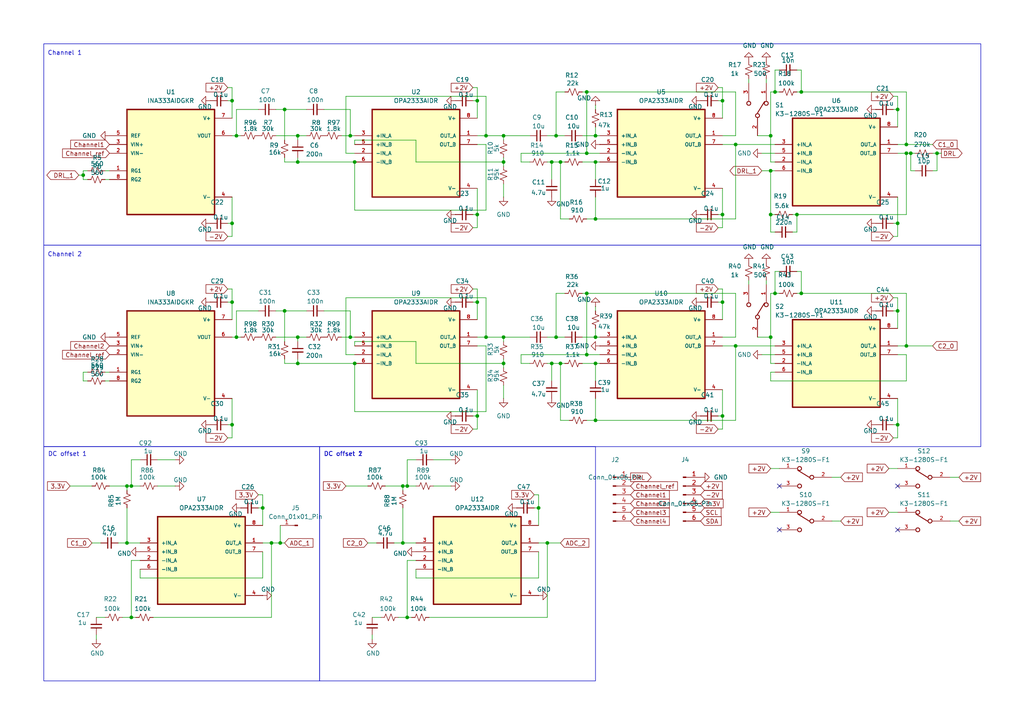
<source format=kicad_sch>
(kicad_sch (version 20231120) (generator "eeschema") (generator_version "8.0")
  (paper "A4")
  (junction (at 67.31 87.63))
  (junction (at 170.18 102.87))
  (junction (at 36.83 140.97))
  (junction (at 162.56 105.41))
  (junction (at 260.35 64.77))
  (junction (at 161.29 97.79))
  (junction (at 170.18 44.45))
  (junction (at 271.78 44.45))
  (junction (at 146.05 97.79))
  (junction (at 146.05 39.37))
  (junction (at 158.75 157.48))
  (junction (at 140.97 39.37))
  (junction (at 172.72 121.92))
  (junction (at 138.43 87.63))
  (junction (at 262.89 41.91))
  (junction (at 140.97 97.79))
  (junction (at 213.36 100.33))
  (junction (at 146.05 105.41))
  (junction (at 101.6 39.37))
  (junction (at 223.52 97.79))
  (junction (at 223.52 39.37))
  (junction (at 86.36 39.37))
  (junction (at 116.84 140.97))
  (junction (at 172.72 63.5))
  (junction (at 209.55 29.21))
  (junction (at 172.72 97.79))
  (junction (at 38.1 179.07))
  (junction (at 102.87 105.41))
  (junction (at 116.84 157.48))
  (junction (at 209.55 120.65))
  (junction (at 138.43 62.23))
  (junction (at 118.11 140.97))
  (junction (at 146.05 46.99))
  (junction (at 231.14 62.23))
  (junction (at 223.52 62.23))
  (junction (at 232.41 85.09))
  (junction (at 156.21 147.32))
  (junction (at 170.18 85.09))
  (junction (at 67.31 123.19))
  (junction (at 160.02 46.99))
  (junction (at 260.35 31.75))
  (junction (at 172.72 46.99))
  (junction (at 82.55 90.17))
  (junction (at 67.31 64.77))
  (junction (at 262.89 100.33))
  (junction (at 260.35 123.19))
  (junction (at 86.36 46.99))
  (junction (at 118.11 179.07))
  (junction (at 224.79 85.09))
  (junction (at 213.36 41.91))
  (junction (at 162.56 46.99))
  (junction (at 78.74 157.48))
  (junction (at 224.79 26.67))
  (junction (at 138.43 29.21))
  (junction (at 86.36 97.79))
  (junction (at 262.89 44.45))
  (junction (at 68.58 39.37))
  (junction (at 160.02 105.41))
  (junction (at 36.83 157.48))
  (junction (at 260.35 90.17))
  (junction (at 170.18 26.67))
  (junction (at 68.58 97.79))
  (junction (at 209.55 62.23))
  (junction (at 161.29 39.37))
  (junction (at 223.52 49.53))
  (junction (at 232.41 26.67))
  (junction (at 86.36 105.41))
  (junction (at 82.55 31.75))
  (junction (at 138.43 120.65))
  (junction (at 264.16 44.45))
  (junction (at 67.31 29.21))
  (junction (at 76.2 147.32))
  (junction (at 81.28 157.48))
  (junction (at 101.6 97.79))
  (junction (at 38.1 140.97))
  (junction (at 209.55 87.63))
  (junction (at 172.72 105.41))
  (junction (at 102.87 46.99))
  (junction (at 24.13 50.8))
  (junction (at 172.72 39.37))
  (no_connect (at 260.35 153.67))
  (no_connect (at 260.35 140.97))
  (no_connect (at 226.06 153.67))
  (no_connect (at 226.06 140.97))
  (wire (pts (xy 82.55 104.14) (xy 82.55 105.41)))
  (wire (pts (xy 208.28 66.04) (xy 209.55 66.04)))
  (wire (pts (xy 76.2 143.51) (xy 76.2 147.32)))
  (wire (pts (xy 170.18 121.92) (xy 172.72 121.92)))
  (wire (pts (xy 101.6 97.79) (xy 102.87 97.79)))
  (wire (pts (xy 260.35 64.77) (xy 260.35 57.15)))
  (wire (pts (xy 81.28 152.4) (xy 81.28 157.48)))
  (wire (pts (xy 158.75 179.07) (xy 158.75 157.48)))
  (wire (pts (xy 68.58 90.17) (xy 68.58 97.79)))
  (wire (pts (xy 160.02 46.99) (xy 160.02 52.07)))
  (wire (pts (xy 260.35 86.36) (xy 260.35 90.17)))
  (wire (pts (xy 220.98 102.87) (xy 224.79 102.87)))
  (wire (pts (xy 100.33 102.87) (xy 100.33 86.36)))
  (wire (pts (xy 107.95 179.07) (xy 110.49 179.07)))
  (wire (pts (xy 66.04 68.58) (xy 67.31 68.58)))
  (wire (pts (xy 209.55 62.23) (xy 209.55 54.61)))
  (wire (pts (xy 170.18 26.67) (xy 213.36 26.67)))
  (wire (pts (xy 36.83 140.97) (xy 36.83 142.24)))
  (wire (pts (xy 93.98 31.75) (xy 101.6 31.75)))
  (wire (pts (xy 140.97 86.36) (xy 140.97 97.79)))
  (wire (pts (xy 260.35 31.75) (xy 260.35 36.83)))
  (wire (pts (xy 151.13 102.87) (xy 151.13 105.41)))
  (wire (pts (xy 224.79 85.09) (xy 226.06 85.09)))
  (wire (pts (xy 209.55 124.46) (xy 209.55 120.65)))
  (wire (pts (xy 257.81 148.59) (xy 260.35 148.59)))
  (wire (pts (xy 262.89 41.91) (xy 270.51 41.91)))
  (wire (pts (xy 67.31 83.82) (xy 67.31 87.63)))
  (wire (pts (xy 120.65 99.06) (xy 102.87 99.06)))
  (wire (pts (xy 162.56 46.99) (xy 163.83 46.99)))
  (wire (pts (xy 120.65 46.99) (xy 120.65 40.64)))
  (wire (pts (xy 223.52 110.49) (xy 262.89 110.49)))
  (wire (pts (xy 35.56 179.07) (xy 38.1 179.07)))
  (wire (pts (xy 125.73 140.97) (xy 130.81 140.97)))
  (wire (pts (xy 82.55 46.99) (xy 86.36 46.99)))
  (wire (pts (xy 146.05 46.99) (xy 120.65 46.99)))
  (wire (pts (xy 86.36 39.37) (xy 88.9 39.37)))
  (wire (pts (xy 102.87 46.99) (xy 102.87 60.96)))
  (wire (pts (xy 231.14 26.67) (xy 232.41 26.67)))
  (wire (pts (xy 25.4 107.95) (xy 24.13 107.95)))
  (wire (pts (xy 162.56 46.99) (xy 162.56 63.5)))
  (wire (pts (xy 262.89 85.09) (xy 262.89 100.33)))
  (wire (pts (xy 260.35 127) (xy 260.35 123.19)))
  (wire (pts (xy 67.31 25.4) (xy 67.31 29.21)))
  (wire (pts (xy 45.72 140.97) (xy 50.8 140.97)))
  (wire (pts (xy 170.18 102.87) (xy 151.13 102.87)))
  (wire (pts (xy 138.43 83.82) (xy 138.43 87.63)))
  (wire (pts (xy 262.89 41.91) (xy 260.35 41.91)))
  (wire (pts (xy 224.79 20.32) (xy 224.79 26.67)))
  (wire (pts (xy 67.31 68.58) (xy 67.31 64.77)))
  (wire (pts (xy 170.18 44.45) (xy 151.13 44.45)))
  (wire (pts (xy 80.01 31.75) (xy 82.55 31.75)))
  (wire (pts (xy 27.94 179.07) (xy 30.48 179.07)))
  (wire (pts (xy 66.04 123.19) (xy 67.31 123.19)))
  (wire (pts (xy 30.48 52.07) (xy 31.75 52.07)))
  (wire (pts (xy 78.74 179.07) (xy 78.74 157.48)))
  (wire (pts (xy 259.08 123.19) (xy 260.35 123.19)))
  (wire (pts (xy 224.79 105.41) (xy 223.52 105.41)))
  (wire (pts (xy 146.05 105.41) (xy 146.05 106.68)))
  (wire (pts (xy 137.16 87.63) (xy 138.43 87.63)))
  (wire (pts (xy 156.21 147.32) (xy 156.21 152.4)))
  (wire (pts (xy 262.89 44.45) (xy 262.89 62.23)))
  (wire (pts (xy 66.04 83.82) (xy 67.31 83.82)))
  (wire (pts (xy 208.28 87.63) (xy 209.55 87.63)))
  (wire (pts (xy 66.04 87.63) (xy 67.31 87.63)))
  (wire (pts (xy 78.74 157.48) (xy 81.28 157.48)))
  (wire (pts (xy 138.43 25.4) (xy 138.43 29.21)))
  (wire (pts (xy 101.6 90.17) (xy 101.6 97.79)))
  (wire (pts (xy 161.29 97.79) (xy 161.29 85.09)))
  (wire (pts (xy 86.36 104.14) (xy 86.36 105.41)))
  (wire (pts (xy 30.48 110.49) (xy 31.75 110.49)))
  (wire (pts (xy 38.1 179.07) (xy 39.37 179.07)))
  (wire (pts (xy 220.98 44.45) (xy 224.79 44.45)))
  (wire (pts (xy 151.13 105.41) (xy 153.67 105.41)))
  (wire (pts (xy 232.41 85.09) (xy 262.89 85.09)))
  (wire (pts (xy 31.75 49.53) (xy 30.48 49.53)))
  (wire (pts (xy 25.4 49.53) (xy 24.13 49.53)))
  (wire (pts (xy 232.41 20.32) (xy 232.41 26.67)))
  (wire (pts (xy 140.97 41.91) (xy 138.43 41.91)))
  (wire (pts (xy 231.14 62.23) (xy 229.87 62.23)))
  (wire (pts (xy 107.95 185.42) (xy 107.95 184.15)))
  (wire (pts (xy 170.18 44.45) (xy 170.18 26.67)))
  (wire (pts (xy 101.6 39.37) (xy 102.87 39.37)))
  (wire (pts (xy 66.04 25.4) (xy 67.31 25.4)))
  (wire (pts (xy 120.65 162.56) (xy 118.11 162.56)))
  (wire (pts (xy 259.08 86.36) (xy 260.35 86.36)))
  (wire (pts (xy 223.52 39.37) (xy 223.52 46.99)))
  (wire (pts (xy 36.83 147.32) (xy 36.83 157.48)))
  (wire (pts (xy 116.84 147.32) (xy 116.84 157.48)))
  (wire (pts (xy 86.36 97.79) (xy 88.9 97.79)))
  (wire (pts (xy 151.13 44.45) (xy 151.13 46.99)))
  (wire (pts (xy 138.43 124.46) (xy 138.43 120.65)))
  (wire (pts (xy 99.06 39.37) (xy 101.6 39.37)))
  (wire (pts (xy 66.04 64.77) (xy 67.31 64.77)))
  (wire (pts (xy 168.91 105.41) (xy 172.72 105.41)))
  (wire (pts (xy 220.98 49.53) (xy 223.52 49.53)))
  (wire (pts (xy 137.16 83.82) (xy 138.43 83.82)))
  (wire (pts (xy 138.43 87.63) (xy 138.43 92.71)))
  (wire (pts (xy 213.36 41.91) (xy 224.79 41.91)))
  (wire (pts (xy 114.3 157.48) (xy 116.84 157.48)))
  (wire (pts (xy 262.89 100.33) (xy 270.51 100.33)))
  (wire (pts (xy 223.52 62.23) (xy 223.52 49.53)))
  (wire (pts (xy 223.52 49.53) (xy 224.79 49.53)))
  (wire (pts (xy 208.28 83.82) (xy 209.55 83.82)))
  (wire (pts (xy 223.52 85.09) (xy 224.79 85.09)))
  (wire (pts (xy 102.87 105.41) (xy 102.87 119.38)))
  (wire (pts (xy 223.52 107.95) (xy 224.79 107.95)))
  (wire (pts (xy 151.13 46.99) (xy 153.67 46.99)))
  (wire (pts (xy 146.05 39.37) (xy 153.67 39.37)))
  (wire (pts (xy 231.14 20.32) (xy 232.41 20.32)))
  (wire (pts (xy 102.87 40.64) (xy 102.87 41.91)))
  (wire (pts (xy 172.72 105.41) (xy 172.72 110.49)))
  (wire (pts (xy 118.11 162.56) (xy 118.11 179.07)))
  (wire (pts (xy 102.87 99.06) (xy 102.87 100.33)))
  (wire (pts (xy 116.84 140.97) (xy 116.84 142.24)))
  (wire (pts (xy 260.35 27.94) (xy 260.35 31.75)))
  (wire (pts (xy 120.65 40.64) (xy 102.87 40.64)))
  (wire (pts (xy 226.06 78.74) (xy 224.79 78.74)))
  (wire (pts (xy 168.91 97.79) (xy 172.72 97.79)))
  (wire (pts (xy 146.05 45.72) (xy 146.05 46.99)))
  (wire (pts (xy 40.64 165.1) (xy 40.64 167.64)))
  (wire (pts (xy 223.52 26.67) (xy 223.52 39.37)))
  (wire (pts (xy 209.55 83.82) (xy 209.55 87.63)))
  (wire (pts (xy 260.35 123.19) (xy 260.35 115.57)))
  (wire (pts (xy 67.31 29.21) (xy 67.31 34.29)))
  (wire (pts (xy 162.56 105.41) (xy 163.83 105.41)))
  (wire (pts (xy 173.99 102.87) (xy 170.18 102.87)))
  (wire (pts (xy 140.97 119.38) (xy 140.97 100.33)))
  (wire (pts (xy 172.72 90.17) (xy 172.72 88.9)))
  (wire (pts (xy 259.08 64.77) (xy 260.35 64.77)))
  (wire (pts (xy 82.55 31.75) (xy 88.9 31.75)))
  (wire (pts (xy 271.78 44.45) (xy 273.05 44.45)))
  (wire (pts (xy 67.31 87.63) (xy 67.31 92.71)))
  (wire (pts (xy 50.8 133.35) (xy 45.72 133.35)))
  (wire (pts (xy 160.02 105.41) (xy 162.56 105.41)))
  (wire (pts (xy 160.02 46.99) (xy 162.56 46.99)))
  (wire (pts (xy 36.83 140.97) (xy 38.1 140.97)))
  (wire (pts (xy 138.43 120.65) (xy 138.43 113.03)))
  (wire (pts (xy 86.36 105.41) (xy 102.87 105.41)))
  (wire (pts (xy 259.08 31.75) (xy 260.35 31.75)))
  (wire (pts (xy 162.56 121.92) (xy 165.1 121.92)))
  (wire (pts (xy 140.97 100.33) (xy 138.43 100.33)))
  (wire (pts (xy 24.13 110.49) (xy 25.4 110.49)))
  (wire (pts (xy 262.89 100.33) (xy 260.35 100.33)))
  (wire (pts (xy 38.1 140.97) (xy 40.64 140.97)))
  (wire (pts (xy 68.58 39.37) (xy 69.85 39.37)))
  (wire (pts (xy 100.33 44.45) (xy 100.33 27.94)))
  (wire (pts (xy 264.16 44.45) (xy 264.16 49.53)))
  (wire (pts (xy 76.2 157.48) (xy 78.74 157.48)))
  (wire (pts (xy 74.93 143.51) (xy 76.2 143.51)))
  (wire (pts (xy 208.28 25.4) (xy 209.55 25.4)))
  (wire (pts (xy 208.28 124.46) (xy 209.55 124.46)))
  (wire (pts (xy 138.43 29.21) (xy 138.43 34.29)))
  (wire (pts (xy 44.45 179.07) (xy 78.74 179.07)))
  (wire (pts (xy 259.08 27.94) (xy 260.35 27.94)))
  (wire (pts (xy 38.1 162.56) (xy 38.1 179.07)))
  (wire (pts (xy 168.91 85.09) (xy 170.18 85.09)))
  (wire (pts (xy 140.97 39.37) (xy 138.43 39.37)))
  (wire (pts (xy 102.87 44.45) (xy 100.33 44.45)))
  (wire (pts (xy 115.57 179.07) (xy 118.11 179.07)))
  (wire (pts (xy 224.79 62.23) (xy 223.52 62.23)))
  (wire (pts (xy 118.11 179.07) (xy 119.38 179.07)))
  (wire (pts (xy 66.04 127) (xy 67.31 127)))
  (wire (pts (xy 36.83 157.48) (xy 40.64 157.48)))
  (wire (pts (xy 270.51 44.45) (xy 271.78 44.45)))
  (wire (pts (xy 158.75 105.41) (xy 160.02 105.41)))
  (wire (pts (xy 223.52 135.89) (xy 226.06 135.89)))
  (wire (pts (xy 260.35 102.87) (xy 262.89 102.87)))
  (wire (pts (xy 259.08 68.58) (xy 260.35 68.58)))
  (wire (pts (xy 223.52 97.79) (xy 223.52 105.41)))
  (wire (pts (xy 120.65 167.64) (xy 156.21 167.64)))
  (wire (pts (xy 224.79 46.99) (xy 223.52 46.99)))
  (wire (pts (xy 38.1 133.35) (xy 38.1 140.97)))
  (wire (pts (xy 130.81 133.35) (xy 125.73 133.35)))
  (wire (pts (xy 172.72 46.99) (xy 173.99 46.99)))
  (wire (pts (xy 223.52 62.23) (xy 223.52 67.31)))
  (wire (pts (xy 172.72 36.83) (xy 172.72 39.37)))
  (wire (pts (xy 120.65 133.35) (xy 118.11 133.35)))
  (wire (pts (xy 161.29 39.37) (xy 163.83 39.37)))
  (wire (pts (xy 154.94 147.32) (xy 156.21 147.32)))
  (wire (pts (xy 213.36 85.09) (xy 213.36 97.79)))
  (wire (pts (xy 170.18 85.09) (xy 213.36 85.09)))
  (wire (pts (xy 231.14 67.31) (xy 231.14 62.23)))
  (wire (pts (xy 101.6 31.75) (xy 101.6 39.37)))
  (wire (pts (xy 172.72 97.79) (xy 173.99 97.79)))
  (wire (pts (xy 140.97 60.96) (xy 140.97 41.91)))
  (wire (pts (xy 170.18 63.5) (xy 172.72 63.5)))
  (wire (pts (xy 24.13 50.8) (xy 24.13 52.07)))
  (wire (pts (xy 156.21 143.51) (xy 156.21 147.32)))
  (wire (pts (xy 67.31 64.77) (xy 67.31 57.15)))
  (wire (pts (xy 264.16 44.45) (xy 265.43 44.45)))
  (wire (pts (xy 213.36 100.33) (xy 224.79 100.33)))
  (wire (pts (xy 172.72 57.15) (xy 172.72 63.5)))
  (wire (pts (xy 102.87 119.38) (xy 140.97 119.38)))
  (wire (pts (xy 146.05 111.76) (xy 146.05 115.57)))
  (wire (pts (xy 158.75 39.37) (xy 161.29 39.37)))
  (wire (pts (xy 223.52 26.67) (xy 224.79 26.67)))
  (wire (pts (xy 224.79 78.74) (xy 224.79 85.09)))
  (wire (pts (xy 213.36 26.67) (xy 213.36 39.37)))
  (wire (pts (xy 161.29 97.79) (xy 163.83 97.79)))
  (wire (pts (xy 146.05 97.79) (xy 153.67 97.79)))
  (wire (pts (xy 158.75 46.99) (xy 160.02 46.99)))
  (wire (pts (xy 209.55 87.63) (xy 209.55 92.71)))
  (wire (pts (xy 138.43 66.04) (xy 138.43 62.23)))
  (wire (pts (xy 259.08 127) (xy 260.35 127)))
  (wire (pts (xy 156.21 167.64) (xy 156.21 160.02)))
  (wire (pts (xy 260.35 44.45) (xy 262.89 44.45)))
  (wire (pts (xy 40.64 162.56) (xy 38.1 162.56)))
  (wire (pts (xy 80.01 90.17) (xy 82.55 90.17)))
  (wire (pts (xy 76.2 167.64) (xy 76.2 160.02)))
  (wire (pts (xy 68.58 90.17) (xy 74.93 90.17)))
  (wire (pts (xy 257.81 135.89) (xy 260.35 135.89)))
  (wire (pts (xy 161.29 26.67) (xy 163.83 26.67)))
  (wire (pts (xy 137.16 25.4) (xy 138.43 25.4)))
  (wire (pts (xy 271.78 49.53) (xy 271.78 44.45)))
  (wire (pts (xy 137.16 29.21) (xy 138.43 29.21)))
  (wire (pts (xy 275.59 151.13) (xy 278.13 151.13)))
  (wire (pts (xy 140.97 39.37) (xy 146.05 39.37)))
  (wire (pts (xy 223.52 110.49) (xy 223.52 107.95)))
  (wire (pts (xy 26.67 157.48) (xy 29.21 157.48)))
  (wire (pts (xy 209.55 29.21) (xy 209.55 34.29)))
  (wire (pts (xy 146.05 105.41) (xy 120.65 105.41)))
  (wire (pts (xy 209.55 120.65) (xy 209.55 113.03)))
  (wire (pts (xy 76.2 147.32) (xy 76.2 152.4)))
  (wire (pts (xy 213.36 41.91) (xy 213.36 63.5)))
  (wire (pts (xy 24.13 107.95) (xy 24.13 110.49)))
  (wire (pts (xy 161.29 85.09) (xy 163.83 85.09)))
  (wire (pts (xy 226.06 20.32) (xy 224.79 20.32)))
  (wire (pts (xy 40.64 133.35) (xy 38.1 133.35)))
  (wire (pts (xy 137.16 124.46) (xy 138.43 124.46)))
  (wire (pts (xy 140.97 97.79) (xy 146.05 97.79)))
  (wire (pts (xy 172.72 115.57) (xy 172.72 121.92)))
  (wire (pts (xy 74.93 147.32) (xy 76.2 147.32)))
  (wire (pts (xy 231.14 78.74) (xy 232.41 78.74)))
  (wire (pts (xy 162.56 63.5) (xy 165.1 63.5)))
  (wire (pts (xy 68.58 97.79) (xy 69.85 97.79)))
  (wire (pts (xy 265.43 49.53) (xy 264.16 49.53)))
  (wire (pts (xy 262.89 26.67) (xy 262.89 41.91)))
  (wire (pts (xy 82.55 90.17) (xy 88.9 90.17)))
  (wire (pts (xy 22.86 50.8) (xy 24.13 50.8)))
  (wire (pts (xy 217.17 81.28) (xy 217.17 82.55)))
  (wire (pts (xy 66.04 29.21) (xy 67.31 29.21)))
  (wire (pts (xy 219.71 39.37) (xy 223.52 39.37)))
  (wire (pts (xy 173.99 44.45) (xy 170.18 44.45)))
  (wire (pts (xy 262.89 102.87) (xy 262.89 110.49)))
  (wire (pts (xy 27.94 185.42) (xy 27.94 184.15)))
  (wire (pts (xy 24.13 49.53) (xy 24.13 50.8)))
  (wire (pts (xy 158.75 97.79) (xy 161.29 97.79)))
  (wire (pts (xy 146.05 97.79) (xy 146.05 99.06)))
  (wire (pts (xy 81.28 157.48) (xy 82.55 157.48)))
  (wire (pts (xy 213.36 100.33) (xy 209.55 100.33)))
  (wire (pts (xy 241.3 151.13) (xy 243.84 151.13)))
  (wire (pts (xy 20.32 140.97) (xy 26.67 140.97)))
  (wire (pts (xy 213.36 100.33) (xy 213.36 121.92)))
  (wire (pts (xy 224.79 26.67) (xy 226.06 26.67)))
  (wire (pts (xy 154.94 143.51) (xy 156.21 143.51)))
  (wire (pts (xy 146.05 39.37) (xy 146.05 40.64)))
  (wire (pts (xy 241.3 138.43) (xy 243.84 138.43)))
  (wire (pts (xy 137.16 62.23) (xy 138.43 62.23)))
  (wire (pts (xy 118.11 140.97) (xy 120.65 140.97)))
  (wire (pts (xy 82.55 31.75) (xy 82.55 40.64)))
  (wire (pts (xy 172.72 95.25) (xy 172.72 97.79)))
  (wire (pts (xy 260.35 68.58) (xy 260.35 64.77)))
  (wire (pts (xy 106.68 157.48) (xy 109.22 157.48)))
  (wire (pts (xy 24.13 52.07) (xy 25.4 52.07)))
  (wire (pts (xy 124.46 179.07) (xy 158.75 179.07)))
  (wire (pts (xy 82.55 105.41) (xy 86.36 105.41)))
  (wire (pts (xy 170.18 102.87) (xy 170.18 85.09)))
  (wire (pts (xy 260.35 90.17) (xy 260.35 95.25)))
  (wire (pts (xy 172.72 63.5) (xy 213.36 63.5)))
  (wire (pts (xy 208.28 62.23) (xy 209.55 62.23)))
  (wire (pts (xy 146.05 104.14) (xy 146.05 105.41)))
  (wire (pts (xy 172.72 121.92) (xy 213.36 121.92)))
  (wire (pts (xy 67.31 39.37) (xy 68.58 39.37)))
  (wire (pts (xy 208.28 29.21) (xy 209.55 29.21)))
  (wire (pts (xy 82.55 90.17) (xy 82.55 99.06)))
  (wire (pts (xy 223.52 148.59) (xy 226.06 148.59)))
  (wire (pts (xy 156.21 157.48) (xy 158.75 157.48)))
  (wire (pts (xy 223.52 85.09) (xy 223.52 97.79)))
  (wire (pts (xy 270.51 49.53) (xy 271.78 49.53)))
  (wire (pts (xy 146.05 53.34) (xy 146.05 57.15)))
  (wire (pts (xy 262.89 44.45) (xy 264.16 44.45)))
  (wire (pts (xy 67.31 127) (xy 67.31 123.19)))
  (wire (pts (xy 208.28 120.65) (xy 209.55 120.65)))
  (wire (pts (xy 86.36 46.99) (xy 102.87 46.99)))
  (wire (pts (xy 219.71 97.79) (xy 223.52 97.79)))
  (wire (pts (xy 40.64 167.64) (xy 76.2 167.64)))
  (wire (pts (xy 146.05 46.99) (xy 146.05 48.26)))
  (wire (pts (xy 168.91 26.67) (xy 170.18 26.67)))
  (wire (pts (xy 213.36 97.79) (xy 209.55 97.79)))
  (wire (pts (xy 229.87 67.31) (xy 231.14 67.31)))
  (wire (pts (xy 120.65 105.41) (xy 120.65 99.06)))
  (wire (pts (xy 275.59 138.43) (xy 278.13 138.43)))
  (wire (pts (xy 116.84 157.48) (xy 120.65 157.48)))
  (wire (pts (xy 217.17 22.86) (xy 217.17 24.13)))
  (wire (pts (xy 140.97 97.79) (xy 138.43 97.79)))
  (wire (pts (xy 172.72 39.37) (xy 173.99 39.37)))
  (wire (pts (xy 209.55 66.04) (xy 209.55 62.23)))
  (wire (pts (xy 120.65 165.1) (xy 120.65 167.64)))
  (wire (pts (xy 137.16 120.65) (xy 138.43 120.65)))
  (wire (pts (xy 137.16 66.04) (xy 138.43 66.04)))
  (wire (pts (xy 232.41 26.67) (xy 262.89 26.67)))
  (wire (pts (xy 102.87 102.87) (xy 100.33 102.87)))
  (wire (pts (xy 68.58 31.75) (xy 68.58 39.37)))
  (wire (pts (xy 100.33 86.36) (xy 140.97 86.36)))
  (wire (pts (xy 138.43 62.23) (xy 138.43 54.61)))
  (wire (pts (xy 168.91 39.37) (xy 172.72 39.37)))
  (wire (pts (xy 67.31 123.19) (xy 67.31 115.57)))
  (wire (pts (xy 213.36 41.91) (xy 209.55 41.91)))
  (wire (pts (xy 86.36 45.72) (xy 86.36 46.99)))
  (wire (pts (xy 162.56 105.41) (xy 162.56 121.92)))
  (wire (pts (xy 158.75 157.48) (xy 162.56 157.48)))
  (wire (pts (xy 209.55 25.4) (xy 209.55 29.21)))
  (wire (pts (xy 222.25 22.86) (xy 222.25 24.13)))
  (wire (pts (xy 262.89 62.23) (xy 231.14 62.23)))
  (wire (pts (xy 223.52 67.31) (xy 224.79 67.31)))
  (wire (pts (xy 86.36 39.37) (xy 86.36 40.64)))
  (wire (pts (xy 82.55 45.72) (xy 82.55 46.99)))
  (wire (pts (xy 232.41 78.74) (xy 232.41 85.09)))
  (wire (pts (xy 80.01 97.79) (xy 86.36 97.79)))
  (wire (pts (xy 86.36 97.79) (xy 86.36 99.06)))
  (wire (pts (xy 102.87 60.96) (xy 140.97 60.96)))
  (wire (pts (xy 213.36 39.37) (xy 209.55 39.37)))
  (wire (pts (xy 172.72 46.99) (xy 172.72 52.07)))
  (wire (pts (xy 118.11 133.35) (xy 118.11 140.97)))
  (wire (pts (xy 80.01 39.37) (xy 86.36 39.37)))
  (wire (pts (xy 231.14 85.09) (xy 232.41 85.09)))
  (wire (pts (xy 93.98 90.17) (xy 101.6 90.17)))
  (wire (pts (xy 168.91 46.99) (xy 172.72 46.99)))
  (wire (pts (xy 99.06 97.79) (xy 101.6 97.79)))
  (wire (pts (xy 67.31 97.79) (xy 68.58 97.79)))
  (wire (pts (xy 31.75 107.95) (xy 30.48 107.95)))
  (wire (pts (xy 31.75 140.97) (xy 36.83 140.97)))
  (wire (pts (xy 161.29 39.37) (xy 161.29 26.67)))
  (wire (pts (xy 259.08 90.17) (xy 260.35 90.17)))
  (wire (pts (xy 222.25 81.28) (xy 222.25 82.55)))
  (wire (pts (xy 34.29 157.48) (xy 36.83 157.48)))
  (wire (pts (xy 100.33 140.97) (xy 106.68 140.97)))
  (wire (pts (xy 68.58 31.75) (xy 74.93 31.75)))
  (wire (pts (xy 116.84 140.97) (xy 118.11 140.97)))
  (wire (pts (xy 140.97 27.94) (xy 140.97 39.37)))
  (wire (pts (xy 172.72 31.75) (xy 172.72 30.48)))
  (wire (pts (xy 172.72 105.41) (xy 173.99 105.41)))
  (wire (pts (xy 100.33 27.94) (xy 140.97 27.94)))
  (wire (pts (xy 160.02 105.41) (xy 160.02 110.49)))
  (wire (pts (xy 111.76 140.97) (xy 116.84 140.97)))
  (rectangle (start 12.7 71.12) (end 284.48 129.54))
  (rectangle (start 12.7 12.7) (end 284.48 71.12))
  (rectangle (start 92.71 129.54) (end 172.72 197.485))
  (rectangle (start 12.7 129.54) (end 92.71 197.485))
  (text "Channel 1" (at 18.796 15.494 0) (effects (font (size 1.27 1.27))))
  (text "DC offset 2" (at 99.568 131.826 0) (effects (font (size 1.27 1.27))))
  (text "DC offset 1" (at 19.558 131.826 0) (effects (font (size 1.27 1.27))))
  (text "DC offset 1" (at 99.568 131.826 0) (effects (font (size 1.27 1.27))))
  (text "Channel 2\n" (at 18.796 73.914 0) (effects (font (size 1.27 1.27))))
  (global_label "DRL_1" (shape bidirectional) (at 220.98 49.53 180) (property "Intersheetrefs" "${INTERSHEET_REFS}" (effects (hide yes))))
  (global_label "-2V" (shape input) (at 208.28 124.46 180) (property "Intersheetrefs" "${INTERSHEET_REFS}" (effects (hide yes))))
  (global_label "-2V" (shape input) (at 259.08 68.58 180) (property "Intersheetrefs" "${INTERSHEET_REFS}" (effects (hide yes))))
  (global_label "C1_0" (shape input) (at 270.51 41.91 0) (property "Intersheetrefs" "${INTERSHEET_REFS}" (effects (hide yes))))
  (global_label "Channel2" (shape input) (at 31.75 100.33 180) (property "Intersheetrefs" "${INTERSHEET_REFS}" (effects (hide yes))))
  (global_label "-2V" (shape input) (at 66.04 127 180) (property "Intersheetrefs" "${INTERSHEET_REFS}" (effects (hide yes))))
  (global_label "+2V" (shape input) (at 223.52 135.89 180) (property "Intersheetrefs" "${INTERSHEET_REFS}" (effects (hide yes))))
  (global_label "Channel_ref" (shape input) (at 31.75 44.45 180) (property "Intersheetrefs" "${INTERSHEET_REFS}" (effects (hide yes))))
  (global_label "C1_0" (shape input) (at 26.67 157.48 180) (property "Intersheetrefs" "${INTERSHEET_REFS}" (effects (hide yes))))
  (global_label "+2V" (shape input) (at 208.28 83.82 180) (property "Intersheetrefs" "${INTERSHEET_REFS}" (effects (hide yes))))
  (global_label "Channel1" (shape input) (at 182.88 143.51 0) (property "Intersheetrefs" "${INTERSHEET_REFS}" (effects (hide yes))))
  (global_label "Channel4" (shape input) (at 182.88 151.13 0) (property "Intersheetrefs" "${INTERSHEET_REFS}" (effects (hide yes))))
  (global_label "-2V" (shape input) (at 208.28 66.04 180) (property "Intersheetrefs" "${INTERSHEET_REFS}" (effects (hide yes))))
  (global_label "-2V" (shape input) (at 137.16 124.46 180) (property "Intersheetrefs" "${INTERSHEET_REFS}" (effects (hide yes))))
  (global_label "+2V" (shape input) (at 278.13 138.43 0) (property "Intersheetrefs" "${INTERSHEET_REFS}" (effects (hide yes))))
  (global_label "+2V" (shape input) (at 257.81 135.89 180) (property "Intersheetrefs" "${INTERSHEET_REFS}" (effects (hide yes))))
  (global_label "Channel2" (shape input) (at 182.88 146.05 0) (property "Intersheetrefs" "${INTERSHEET_REFS}" (effects (hide yes))))
  (global_label "Channel3" (shape input) (at 182.88 148.59 0) (property "Intersheetrefs" "${INTERSHEET_REFS}" (effects (hide yes))))
  (global_label "C2_0" (shape input) (at 106.68 157.48 180) (property "Intersheetrefs" "${INTERSHEET_REFS}" (effects (hide yes))))
  (global_label "-2V" (shape input) (at 203.2 143.51 0) (property "Intersheetrefs" "${INTERSHEET_REFS}" (effects (hide yes))))
  (global_label "Channel1" (shape input) (at 31.75 41.91 180) (property "Intersheetrefs" "${INTERSHEET_REFS}" (effects (hide yes))))
  (global_label "3.3V" (shape input) (at 100.33 140.97 180) (property "Intersheetrefs" "${INTERSHEET_REFS}" (effects (hide yes))))
  (global_label "DRL_1" (shape bidirectional) (at 22.86 50.8 180) (property "Intersheetrefs" "${INTERSHEET_REFS}" (effects (hide yes))))
  (global_label "+2V" (shape input) (at 257.81 148.59 180) (property "Intersheetrefs" "${INTERSHEET_REFS}" (effects (hide yes))))
  (global_label "3.3V" (shape input) (at 74.93 143.51 180) (property "Intersheetrefs" "${INTERSHEET_REFS}" (effects (hide yes))))
  (global_label "ADC_2" (shape input) (at 162.56 157.48 0) (property "Intersheetrefs" "${INTERSHEET_REFS}" (effects (hide yes))))
  (global_label "+2V" (shape input) (at 66.04 25.4 180) (property "Intersheetrefs" "${INTERSHEET_REFS}" (effects (hide yes))))
  (global_label "+2V" (shape input) (at 259.08 27.94 180) (property "Intersheetrefs" "${INTERSHEET_REFS}" (effects (hide yes))))
  (global_label "+2V" (shape input) (at 243.84 151.13 0) (property "Intersheetrefs" "${INTERSHEET_REFS}" (effects (hide yes))))
  (global_label "3.3V" (shape input) (at 20.32 140.97 180) (property "Intersheetrefs" "${INTERSHEET_REFS}" (effects (hide yes))))
  (global_label "DRL" (shape output) (at 273.05 44.45 0) (property "Intersheetrefs" "${INTERSHEET_REFS}" (effects (hide yes))))
  (global_label "-2V" (shape input) (at 259.08 127 180) (property "Intersheetrefs" "${INTERSHEET_REFS}" (effects (hide yes))))
  (global_label "DRL" (shape output) (at 182.88 138.43 0) (property "Intersheetrefs" "${INTERSHEET_REFS}" (effects (hide yes))))
  (global_label "SCL" (shape input) (at 203.2 148.59 0) (property "Intersheetrefs" "${INTERSHEET_REFS}" (effects (hide yes))))
  (global_label "3.3V" (shape input) (at 154.94 143.51 180) (property "Intersheetrefs" "${INTERSHEET_REFS}" (effects (hide yes))))
  (global_label "-2V" (shape input) (at 137.16 66.04 180) (property "Intersheetrefs" "${INTERSHEET_REFS}" (effects (hide yes))))
  (global_label "+2V" (shape input) (at 259.08 86.36 180) (property "Intersheetrefs" "${INTERSHEET_REFS}" (effects (hide yes))))
  (global_label "+2V" (shape input) (at 208.28 25.4 180) (property "Intersheetrefs" "${INTERSHEET_REFS}" (effects (hide yes))))
  (global_label "+2V" (shape input) (at 66.04 83.82 180) (property "Intersheetrefs" "${INTERSHEET_REFS}" (effects (hide yes))))
  (global_label "+2V" (shape input) (at 137.16 83.82 180) (property "Intersheetrefs" "${INTERSHEET_REFS}" (effects (hide yes))))
  (global_label "Channel_ref" (shape input) (at 31.75 102.87 180) (property "Intersheetrefs" "${INTERSHEET_REFS}" (effects (hide yes))))
  (global_label "-2V" (shape input) (at 66.04 68.58 180) (property "Intersheetrefs" "${INTERSHEET_REFS}" (effects (hide yes))))
  (global_label "SDA" (shape input) (at 203.2 151.13 0) (property "Intersheetrefs" "${INTERSHEET_REFS}" (effects (hide yes))))
  (global_label "+2V" (shape input) (at 278.13 151.13 0) (property "Intersheetrefs" "${INTERSHEET_REFS}" (effects (hide yes))))
  (global_label "3.3V" (shape input) (at 203.2 146.05 0) (property "Intersheetrefs" "${INTERSHEET_REFS}" (effects (hide yes))))
  (global_label "C2_0" (shape input) (at 270.51 100.33 0) (property "Intersheetrefs" "${INTERSHEET_REFS}" (effects (hide yes))))
  (global_label "ADC_1" (shape input) (at 82.55 157.48 0) (property "Intersheetrefs" "${INTERSHEET_REFS}" (effects (hide yes))))
  (global_label "+2V" (shape input) (at 203.2 140.97 0) (property "Intersheetrefs" "${INTERSHEET_REFS}" (effects (hide yes))))
  (global_label "+2V" (shape input) (at 243.84 138.43 0) (property "Intersheetrefs" "${INTERSHEET_REFS}" (effects (hide yes))))
  (global_label "+2V" (shape input) (at 223.52 148.59 180) (property "Intersheetrefs" "${INTERSHEET_REFS}" (effects (hide yes))))
  (global_label "Channel_ref" (shape input) (at 182.88 140.97 0) (property "Intersheetrefs" "${INTERSHEET_REFS}" (effects (hide yes))))
  (global_label "+2V" (shape input) (at 137.16 25.4 180) (property "Intersheetrefs" "${INTERSHEET_REFS}" (effects (hide yes))))
  (symbol (lib_id "power:GND") (at 160.02 115.57 0) (unit 1)
    (property "Reference" "#PWR039" (effects (hide yes)))
    (property "Value" "GND" (at 163.322 117.602 0))
    (property "Description" "Power symbol creates a global label with name \"GND\" , ground" (effects (hide yes)))
  )
  (symbol (lib_id "JS102011SAQN:JS102011SAQN") (at 267.97 151.13 0) (unit 1)
    (property "Reference" "S11" (at 267.97 143.51 0))
    (property "Value" "K3-1280S-F1" (at 267.97 146.05 0))
    (property "Footprint" "my_footprints:SW_JS102011SAQN" (effects (hide yes)))
    (property "MANUFACTURER" "C&K" (effects (hide yes)))
  )
  (symbol (lib_id "power:GND") (at 172.72 88.9 180) (unit 1)
    (property "Reference" "#PWR040" (effects (hide yes)))
    (property "Value" "GND" (at 169.418 86.868 0))
    (property "Description" "Power symbol creates a global label with name \"GND\" , ground" (effects (hide yes)))
  )
  (symbol (lib_id "Device:C_Small") (at 72.39 147.32 90) (unit 1)
    (property "Reference" "C26" (at 71.882 141.224 90))
    (property "Value" "0.1u" (at 72.898 145.542 90))
    (property "Footprint" "Capacitor_SMD:C_0805_2012Metric" (effects (hide yes)))
    (property "Description" "Unpolarized capacitor, small symbol" (effects (hide yes)))
  )
  (symbol (lib_id "OPA2333AIDR:OPA2333AIDR") (at 191.77 102.87 0) (unit 1)
    (property "Reference" "U10" (at 191.77 85.09 0))
    (property "Value" "OPA2333AIDR" (at 191.77 87.63 0))
    (property "Footprint" "my_footprints:SOIC127P599X175-8N" (effects (hide yes)))
  )
  (symbol (lib_id "Connector:Conn_01x01_Pin") (at 86.36 152.4 180) (unit 1)
    (property "Reference" "J5" (at 85.725 147.32 0))
    (property "Value" "Conn_01x01_Pin" (at 85.725 149.86 0))
    (property "Footprint" "Connector_PinHeader_2.54mm:PinHeader_1x01_P2.54mm_Vertical" (effects (hide yes)))
    (property "Description" "Generic connector, single row, 01x01, script generated" (effects (hide yes)))
  )
  (symbol (lib_id "JS102011SAQN:JS102011SAQN") (at 233.68 151.13 0) (unit 1)
    (property "Reference" "S10" (at 233.68 143.51 0))
    (property "Value" "K3-1280S-F1" (at 233.68 146.05 0))
    (property "Footprint" "my_footprints:SW_JS102011SAQN" (effects (hide yes)))
    (property "MANUFACTURER" "C&K" (effects (hide yes)))
  )
  (symbol (lib_id "Device:R_Small_US") (at 91.44 97.79 270) (unit 1)
    (property "Reference" "R32" (at 91.694 93.98 90))
    (property "Value" "30k" (at 91.694 95.758 90))
    (property "Footprint" "Resistor_SMD:R_0805_2012Metric" (effects (hide yes)))
    (property "Description" "Resistor, small US symbol" (effects (hide yes)))
  )
  (symbol (lib_id "power:GND") (at 132.08 120.65 270) (unit 1)
    (property "Reference" "#PWR037" (effects (hide yes)))
    (property "Value" "GND" (at 132.588 122.428 90) (effects (justify right)))
    (property "Description" "Power symbol creates a global label with name \"GND\" , ground" (effects (hide yes)))
  )
  (symbol (lib_id "OPA2333AIDR:OPA2333AIDR") (at 120.65 44.45 0) (unit 1)
    (property "Reference" "U2" (at 120.65 26.67 0))
    (property "Value" "OPA2333AIDR" (at 120.65 29.21 0))
    (property "Footprint" "my_footprints:SOIC127P599X175-8N" (effects (hide yes)))
  )
  (symbol (lib_id "Device:R_Small_US") (at 113.03 179.07 90) (unit 1)
    (property "Reference" "R42" (at 112.014 173.736 90))
    (property "Value" "100k" (at 112.522 176.53 90))
    (property "Footprint" "Resistor_SMD:R_0603_1608Metric" (effects (hide yes)))
    (property "Description" "Resistor, small US symbol" (effects (hide yes)))
  )
  (symbol (lib_id "Device:C_Small") (at 134.62 29.21 90) (unit 1)
    (property "Reference" "C19" (at 134.112 23.114 90))
    (property "Value" "0.1u" (at 135.128 27.432 90))
    (property "Footprint" "Capacitor_SMD:C_0805_2012Metric" (effects (hide yes)))
    (property "Description" "Unpolarized capacitor, small symbol" (effects (hide yes)))
  )
  (symbol (lib_id "Device:R_Small_US") (at 166.37 26.67 90) (unit 1)
    (property "Reference" "R12" (at 165.862 21.844 90))
    (property "Value" "22k" (at 166.116 24.13 90))
    (property "Footprint" "Resistor_SMD:R_0805_2012Metric" (effects (hide yes)))
    (property "Description" "Resistor, small US symbol" (effects (hide yes)))
  )
  (symbol (lib_id "Device:R_Small_US") (at 217.17 78.74 0) (unit 1)
    (property "Reference" "R40" (at 213.106 77.216 0))
    (property "Value" "1k" (at 213.106 79.756 0))
    (property "Footprint" "Resistor_SMD:R_0805_2012Metric" (effects (hide yes)))
    (property "Description" "Resistor, small US symbol" (effects (hide yes)))
  )
  (symbol (lib_id "Device:C_Small") (at 156.21 39.37 90) (unit 1)
    (property "Reference" "C9" (at 155.702 34.036 90))
    (property "Value" "10u" (at 156.21 36.576 90))
    (property "Footprint" "Capacitor_SMD:C_0805_2012Metric" (effects (hide yes)))
    (property "Description" "Unpolarized capacitor, small symbol" (effects (hide yes)))
  )
  (symbol (lib_id "Device:C_Small") (at 256.54 90.17 90) (unit 1)
    (property "Reference" "C44" (at 256.032 84.074 90))
    (property "Value" "0.1u" (at 257.048 88.392 90))
    (property "Footprint" "Capacitor_SMD:C_0805_2012Metric" (effects (hide yes)))
    (property "Description" "Unpolarized capacitor, small symbol" (effects (hide yes)))
  )
  (symbol (lib_id "Device:R_Small_US") (at 222.25 78.74 180) (unit 1)
    (property "Reference" "R41" (at 220.218 77.216 0))
    (property "Value" "500" (at 220.472 79.756 0))
    (property "Footprint" "Resistor_SMD:R_0805_2012Metric" (effects (hide yes)))
    (property "Description" "Resistor, small US symbol" (effects (hide yes)))
  )
  (symbol (lib_id "power:GND") (at 254 90.17 270) (unit 1)
    (property "Reference" "#PWR047" (effects (hide yes)))
    (property "Value" "GND" (at 254.508 91.948 90) (effects (justify right)))
    (property "Description" "Power symbol creates a global label with name \"GND\" , ground" (effects (hide yes)))
  )
  (symbol (lib_id "power:GND") (at 107.95 185.42 0) (unit 1)
    (property "Reference" "#PWR049" (effects (hide yes)))
    (property "Value" "GND" (at 108.204 189.484 0))
    (property "Description" "Power symbol creates a global label with name \"GND\" , ground" (effects (hide yes)))
  )
  (symbol (lib_id "Device:R_Small_US") (at 36.83 144.78 180) (unit 1)
    (property "Reference" "R85" (at 32.258 145.288 90))
    (property "Value" "1M" (at 34.29 145.288 90))
    (property "Footprint" "Resistor_SMD:R_0805_2012Metric" (effects (hide yes)))
    (property "Description" "Resistor, small US symbol" (effects (hide yes)))
  )
  (symbol (lib_id "Device:R_Small_US") (at 82.55 43.18 0) (unit 1)
    (property "Reference" "R9" (at 79.502 42.164 0))
    (property "Value" "16k" (at 79.756 44.196 0))
    (property "Footprint" "Resistor_SMD:R_0805_2012Metric" (effects (hide yes)))
    (property "Description" "Resistor, small US symbol" (effects (hide yes)))
  )
  (symbol (lib_id "JS102011SAQN:JS102011SAQN") (at 219.71 31.75 270) (unit 1)
    (property "Reference" "S1" (at 224.79 30.4799 90) (effects (justify left)))
    (property "Value" "K3-1280S-F1" (at 224.79 33.0199 90) (effects (justify left)))
    (property "Footprint" "my_footprints:SW_JS102011SAQN" (effects (hide yes)))
    (property "MANUFACTURER" "C&K" (effects (hide yes)))
  )
  (symbol (lib_id "Device:R_Small_US") (at 156.21 105.41 90) (unit 1)
    (property "Reference" "R35" (at 155.702 100.584 90))
    (property "Value" "910" (at 155.956 102.87 90))
    (property "Footprint" "Resistor_SMD:R_0805_2012Metric" (effects (hide yes)))
    (property "Description" "Resistor, small US symbol" (effects (hide yes)))
  )
  (symbol (lib_id "Device:C_Small") (at 205.74 29.21 90) (unit 1)
    (property "Reference" "C20" (at 205.232 23.114 90))
    (property "Value" "0.1u" (at 206.248 27.432 90))
    (property "Footprint" "Capacitor_SMD:C_0805_2012Metric" (effects (hide yes)))
    (property "Description" "Unpolarized capacitor, small symbol" (effects (hide yes)))
  )
  (symbol (lib_id "Device:R_Small_US") (at 82.55 101.6 0) (unit 1)
    (property "Reference" "R31" (at 79.502 100.584 0))
    (property "Value" "16k" (at 79.756 102.616 0))
    (property "Footprint" "Resistor_SMD:R_0805_2012Metric" (effects (hide yes)))
    (property "Description" "Resistor, small US symbol" (effects (hide yes)))
  )
  (symbol (lib_id "Device:R_Small_US") (at 172.72 92.71 0) (unit 1)
    (property "Reference" "R39" (at 175.768 91.694 0))
    (property "Value" "47k" (at 175.26 94.742 0))
    (property "Footprint" "Resistor_SMD:R_0805_2012Metric" (effects (hide yes)))
    (property "Description" "Resistor, small US symbol" (effects (hide yes)))
  )
  (symbol (lib_id "Device:C_Small") (at 123.19 133.35 90) (unit 1)
    (property "Reference" "C93" (at 122.174 128.524 90))
    (property "Value" "1u" (at 122.936 130.81 90))
    (property "Footprint" "Capacitor_SMD:C_0805_2012Metric" (effects (hide yes)))
    (property "Description" "Unpolarized capacitor, small symbol" (effects (hide yes)))
  )
  (symbol (lib_id "Device:R_Small_US") (at 27.94 52.07 270) (unit 1)
    (property "Reference" "R6" (at 28.194 48.26 90))
    (property "Value" "560" (at 28.194 50.038 90))
    (property "Footprint" "Resistor_SMD:R_0805_2012Metric" (effects (hide yes)))
    (property "Description" "Resistor, small US symbol" (effects (hide yes)))
  )
  (symbol (lib_id "power:GND") (at 69.85 147.32 270) (unit 1)
    (property "Reference" "#PWR027" (effects (hide yes)))
    (property "Value" "GND" (at 70.358 149.098 90) (effects (justify right)))
    (property "Description" "Power symbol creates a global label with name \"GND\" , ground" (effects (hide yes)))
  )
  (symbol (lib_id "power:GND") (at 130.81 133.35 90) (unit 1)
    (property "Reference" "#PWR0107" (effects (hide yes)))
    (property "Value" "GND" (at 130.302 131.572 90) (effects (justify right)))
    (property "Description" "Power symbol creates a global label with name \"GND\" , ground" (effects (hide yes)))
  )
  (symbol (lib_id "Device:R_Small_US") (at 77.47 39.37 270) (unit 1)
    (property "Reference" "R7" (at 77.724 35.56 90))
    (property "Value" "30k" (at 77.724 37.338 90))
    (property "Footprint" "Resistor_SMD:R_0805_2012Metric" (effects (hide yes)))
    (property "Description" "Resistor, small US symbol" (effects (hide yes)))
  )
  (symbol (lib_id "Device:R_Small_US") (at 33.02 179.07 90) (unit 1)
    (property "Reference" "R22" (at 32.004 173.736 90))
    (property "Value" "100k" (at 32.512 176.53 90))
    (property "Footprint" "Resistor_SMD:R_0603_1608Metric" (effects (hide yes)))
    (property "Description" "Resistor, small US symbol" (effects (hide yes)))
  )
  (symbol (lib_id "OPA2333AIDR:OPA2333AIDR") (at 242.57 105.41 0) (unit 1)
    (property "Reference" "U11" (at 242.57 87.63 0))
    (property "Value" "OPA2333AIDR" (at 242.57 90.17 0))
    (property "Footprint" "my_footprints:SOIC127P599X175-8N" (effects (hide yes)))
  )
  (symbol (lib_id "Device:C_Small") (at 172.72 113.03 0) (unit 1)
    (property "Reference" "C39" (at 175.26 110.998 0))
    (property "Value" "1u" (at 175.514 113.03 0))
    (property "Footprint" "Capacitor_SMD:C_0805_2012Metric" (effects (hide yes)))
    (property "Description" "Unpolarized capacitor, small symbol" (effects (hide yes)))
  )
  (symbol (lib_id "OPA2333AIDR:OPA2333AIDR") (at 191.77 44.45 0) (unit 1)
    (property "Reference" "U5" (at 191.77 26.67 0))
    (property "Value" "OPA2333AIDR" (at 191.77 29.21 0))
    (property "Footprint" "my_footprints:SOIC127P599X175-8N" (effects (hide yes)))
  )
  (symbol (lib_id "Device:C_Small") (at 134.62 87.63 90) (unit 1)
    (property "Reference" "C34" (at 134.112 81.534 90))
    (property "Value" "0.1u" (at 135.128 85.852 90))
    (property "Footprint" "Capacitor_SMD:C_0805_2012Metric" (effects (hide yes)))
    (property "Description" "Unpolarized capacitor, small symbol" (effects (hide yes)))
  )
  (symbol (lib_id "Device:C_Small") (at 228.6 78.74 90) (unit 1)
    (property "Reference" "C43" (at 228.346 74.422 90))
    (property "Value" "10n" (at 228.6 75.946 90))
    (property "Footprint" "Capacitor_SMD:C_0805_2012Metric" (effects (hide yes)))
    (property "Description" "Unpolarized capacitor, small symbol" (effects (hide yes)))
  )
  (symbol (lib_id "Device:C_Small") (at 134.62 120.65 90) (unit 1)
    (property "Reference" "C35" (at 134.112 114.554 90))
    (property "Value" "0.1u" (at 135.128 118.872 90))
    (property "Footprint" "Capacitor_SMD:C_0805_2012Metric" (effects (hide yes)))
    (property "Description" "Unpolarized capacitor, small symbol" (effects (hide yes)))
  )
  (symbol (lib_id "Device:C_Small") (at 91.44 31.75 90) (unit 1)
    (property "Reference" "C8" (at 90.932 26.416 90))
    (property "Value" "100n" (at 91.44 28.956 90))
    (property "Footprint" "Capacitor_SMD:C_0805_2012Metric" (effects (hide yes)))
    (property "Description" "Unpolarized capacitor, small symbol" (effects (hide yes)))
  )
  (symbol (lib_id "Device:C_Small") (at 256.54 31.75 90) (unit 1)
    (property "Reference" "C21" (at 256.032 25.654 90))
    (property "Value" "0.1u" (at 257.048 29.972 90))
    (property "Footprint" "Capacitor_SMD:C_0805_2012Metric" (effects (hide yes)))
    (property "Description" "Unpolarized capacitor, small symbol" (effects (hide yes)))
  )
  (symbol (lib_id "Device:R_Small_US") (at 96.52 97.79 270) (unit 1)
    (property "Reference" "R99" (at 96.774 93.98 90))
    (property "Value" "1.8k" (at 96.774 95.758 90))
    (property "Footprint" "Resistor_SMD:R_0805_2012Metric" (effects (hide yes)))
    (property "Description" "Resistor, small US symbol" (effects (hide yes)))
  )
  (symbol (lib_id "Device:C_Small") (at 27.94 181.61 180) (unit 1)
    (property "Reference" "C17" (at 24.13 178.308 0))
    (property "Value" "1u" (at 23.876 180.594 0))
    (property "Footprint" "Capacitor_SMD:C_0805_2012Metric" (effects (hide yes)))
    (property "Description" "Unpolarized capacitor, small symbol" (effects (hide yes)))
  )
  (symbol (lib_id "power:GND") (at 130.81 140.97 90) (unit 1)
    (property "Reference" "#PWR0108" (effects (hide yes)))
    (property "Value" "GND" (at 130.302 139.192 90) (effects (justify right)))
    (property "Description" "Power symbol creates a global label with name \"GND\" , ground" (effects (hide yes)))
  )
  (symbol (lib_id "Device:C_Small") (at 228.6 20.32 90) (unit 1)
    (property "Reference" "C13" (at 228.346 16.002 90))
    (property "Value" "10n" (at 228.6 17.526 90))
    (property "Footprint" "Capacitor_SMD:C_0805_2012Metric" (effects (hide yes)))
    (property "Description" "Unpolarized capacitor, small symbol" (effects (hide yes)))
  )
  (symbol (lib_id "Device:R_Small_US") (at 116.84 144.78 180) (unit 1)
    (property "Reference" "R88" (at 112.268 145.288 90))
    (property "Value" "1M" (at 114.3 145.288 90))
    (property "Footprint" "Resistor_SMD:R_0805_2012Metric" (effects (hide yes)))
    (property "Description" "Resistor, small US symbol" (effects (hide yes)))
  )
  (symbol (lib_id "Device:C_Small") (at 156.21 97.79 90) (unit 1)
    (property "Reference" "C36" (at 155.702 92.456 90))
    (property "Value" "10u" (at 156.21 94.996 90))
    (property "Footprint" "Capacitor_SMD:C_0805_2012Metric" (effects (hide yes)))
    (property "Description" "Unpolarized capacitor, small symbol" (effects (hide yes)))
  )
  (symbol (lib_id "Device:C_Small") (at 227.33 67.31 90) (unit 1)
    (property "Reference" "C14" (at 227.076 62.992 90))
    (property "Value" "220n" (at 227.33 64.516 90))
    (property "Footprint" "Capacitor_SMD:C_0805_2012Metric" (effects (hide yes)))
    (property "Description" "Unpolarized capacitor, small symbol" (effects (hide yes)))
  )
  (symbol (lib_id "power:GND") (at 217.17 17.78 180) (unit 1)
    (property "Reference" "#PWR013" (effects (hide yes)))
    (property "Value" "GND" (at 217.424 13.208 0))
    (property "Description" "Power symbol creates a global label with name \"GND\" , ground" (effects (hide yes)))
  )
  (symbol (lib_id "power:GND") (at 220.98 44.45 270) (unit 1)
    (property "Reference" "#PWR014" (effects (hide yes)))
    (property "Value" "GND" (at 215.9 44.45 90))
    (property "Description" "Power symbol creates a global label with name \"GND\" , ground" (effects (hide yes)))
  )
  (symbol (lib_id "Device:C_Small") (at 63.5 29.21 90) (unit 1)
    (property "Reference" "C18" (at 62.992 23.114 90))
    (property "Value" "0.1u" (at 64.008 27.432 90))
    (property "Footprint" "Capacitor_SMD:C_0805_2012Metric" (effects (hide yes)))
    (property "Description" "Unpolarized capacitor, small symbol" (effects (hide yes)))
  )
  (symbol (lib_id "power:GND") (at 222.25 17.78 180) (unit 1)
    (property "Reference" "#PWR026" (effects (hide yes)))
    (property "Value" "GND" (at 222.504 13.208 0))
    (property "Description" "Power symbol creates a global label with name \"GND\" , ground" (effects (hide yes)))
  )
  (symbol (lib_id "Device:R_Small_US") (at 167.64 121.92 90) (unit 1)
    (property "Reference" "R38" (at 167.132 117.094 90))
    (property "Value" "910" (at 167.386 119.38 90))
    (property "Footprint" "Resistor_SMD:R_0805_2012Metric" (effects (hide yes)))
    (property "Description" "Resistor, small US symbol" (effects (hide yes)))
  )
  (symbol (lib_id "power:GND") (at 254 64.77 270) (unit 1)
    (property "Reference" "#PWR024" (effects (hide yes)))
    (property "Value" "GND" (at 254.508 66.548 90) (effects (justify right)))
    (property "Description" "Power symbol creates a global label with name \"GND\" , ground" (effects (hide yes)))
  )
  (symbol (lib_id "Device:R_Small_US") (at 217.17 20.32 0) (unit 1)
    (property "Reference" "R17" (at 213.106 18.796 0))
    (property "Value" "1k" (at 213.106 21.336 0))
    (property "Footprint" "Resistor_SMD:R_0805_2012Metric" (effects (hide yes)))
    (property "Description" "Resistor, small US symbol" (effects (hide yes)))
  )
  (symbol (lib_id "Device:R_Small_US") (at 29.21 140.97 90) (unit 1)
    (property "Reference" "R84" (at 28.702 136.398 90))
    (property "Value" "100k" (at 28.702 138.43 90))
    (property "Footprint" "Resistor_SMD:R_0603_1608Metric" (effects (hide yes)))
    (property "Description" "Resistor, small US symbol" (effects (hide yes)))
  )
  (symbol (lib_id "Device:C_Small") (at 152.4 147.32 90) (unit 1)
    (property "Reference" "C47" (at 151.892 141.224 90))
    (property "Value" "0.1u" (at 152.908 145.542 90))
    (property "Footprint" "Capacitor_SMD:C_0805_2012Metric" (effects (hide yes)))
    (property "Description" "Unpolarized capacitor, small symbol" (effects (hide yes)))
  )
  (symbol (lib_id "power:GND") (at 149.86 147.32 270) (unit 1)
    (property "Reference" "#PWR051" (effects (hide yes)))
    (property "Value" "GND" (at 150.368 149.098 90) (effects (justify right)))
    (property "Description" "Power symbol creates a global label with name \"GND\" , ground" (effects (hide yes)))
  )
  (symbol (lib_id "Device:C_Small") (at 77.47 90.17 90) (unit 1)
    (property "Reference" "C31" (at 76.962 84.836 90))
    (property "Value" "100n" (at 77.47 87.376 90))
    (property "Footprint" "Capacitor_SMD:C_0805_2012Metric" (effects (hide yes)))
    (property "Description" "Unpolarized capacitor, small symbol" (effects (hide yes)))
  )
  (symbol (lib_id "Device:C_Small") (at 205.74 87.63 90) (unit 1)
    (property "Reference" "C40" (at 205.232 81.534 90))
    (property "Value" "0.1u" (at 206.248 85.852 90))
    (property "Footprint" "Capacitor_SMD:C_0805_2012Metric" (effects (hide yes)))
    (property "Description" "Unpolarized capacitor, small symbol" (effects (hide yes)))
  )
  (symbol (lib_id "Device:R_Small_US") (at 166.37 85.09 90) (unit 1)
    (property "Reference" "R36" (at 165.862 80.264 90))
    (property "Value" "22k" (at 166.116 82.55 90))
    (property "Footprint" "Resistor_SMD:R_0805_2012Metric" (effects (hide yes)))
    (property "Description" "Resistor, small US symbol" (effects (hide yes)))
  )
  (symbol (lib_id "Device:C_Small") (at 205.74 120.65 90) (unit 1)
    (property "Reference" "C41" (at 205.232 114.554 90))
    (property "Value" "0.1u" (at 206.248 118.872 90))
    (property "Footprint" "Capacitor_SMD:C_0805_2012Metric" (effects (hide yes)))
    (property "Description" "Unpolarized capacitor, small symbol" (effects (hide yes)))
  )
  (symbol (lib_id "power:GND") (at 173.99 41.91 270) (unit 1)
    (property "Reference" "#PWR011" (effects (hide yes)))
    (property "Value" "GND" (at 168.91 41.91 90))
    (property "Description" "Power symbol creates a global label with name \"GND\" , ground" (effects (hide yes)))
  )
  (symbol (lib_id "power:GND") (at 217.17 76.2 180) (unit 1)
    (property "Reference" "#PWR044" (effects (hide yes)))
    (property "Value" "GND" (at 217.424 71.628 0))
    (property "Description" "Power symbol creates a global label with name \"GND\" , ground" (effects (hide yes)))
  )
  (symbol (lib_id "Connector:Conn_01x06_Pin") (at 177.8 143.51 0) (unit 1)
    (property "Reference" "J2" (at 178.435 133.35 0))
    (property "Value" "Conn_01x06_Pin" (at 178.435 138.43 0))
    (property "Footprint" "Connector_PinHeader_2.54mm:PinHeader_1x06_P2.54mm_Vertical" (effects (hide yes)))
    (property "Description" "Generic connector, single row, 01x06, script generated" (effects (hide yes)))
  )
  (symbol (lib_id "power:GND") (at 50.8 140.97 90) (unit 1)
    (property "Reference" "#PWR0106" (effects (hide yes)))
    (property "Value" "GND" (at 50.292 139.192 90) (effects (justify right)))
    (property "Description" "Power symbol creates a global label with name \"GND\" , ground" (effects (hide yes)))
  )
  (symbol (lib_id "JS102011SAQN:JS102011SAQN") (at 219.71 90.17 270) (unit 1)
    (property "Reference" "S2" (at 224.79 88.8999 90) (effects (justify left)))
    (property "Value" "K3-1280S-F1" (at 224.79 91.4399 90) (effects (justify left)))
    (property "Footprint" "my_footprints:SW_JS102011SAQN" (effects (hide yes)))
    (property "MANUFACTURER" "C&K" (effects (hide yes)))
  )
  (symbol (lib_id "Device:R_Small_US") (at 156.21 46.99 90) (unit 1)
    (property "Reference" "R14" (at 155.702 42.164 90))
    (property "Value" "910" (at 155.956 44.45 90))
    (property "Footprint" "Resistor_SMD:R_0805_2012Metric" (effects (hide yes)))
    (property "Description" "Resistor, small US symbol" (effects (hide yes)))
  )
  (symbol (lib_id "power:GND") (at 254 31.75 270) (unit 1)
    (property "Reference" "#PWR020" (effects (hide yes)))
    (property "Value" "GND" (at 254.508 33.528 90) (effects (justify right)))
    (property "Description" "Power symbol creates a global label with name \"GND\" , ground" (effects (hide yes)))
  )
  (symbol (lib_id "OPA2333AIDR:OPA2333AIDR") (at 242.57 46.99 0) (unit 1)
    (property "Reference" "U6" (at 242.57 29.21 0))
    (property "Value" "OPA2333AIDR" (at 242.57 31.75 0))
    (property "Footprint" "my_footprints:SOIC127P599X175-8N" (effects (hide yes)))
  )
  (symbol (lib_id "power:GND") (at 173.99 100.33 270) (unit 1)
    (property "Reference" "#PWR041" (effects (hide yes)))
    (property "Value" "GND" (at 168.91 100.33 90))
    (property "Description" "Power symbol creates a global label with name \"GND\" , ground" (effects (hide yes)))
  )
  (symbol (lib_id "Device:R_Small_US") (at 172.72 34.29 0) (unit 1)
    (property "Reference" "R13" (at 175.768 33.274 0))
    (property "Value" "47k" (at 175.26 36.322 0))
    (property "Footprint" "Resistor_SMD:R_0805_2012Metric" (effects (hide yes)))
    (property "Description" "Resistor, small US symbol" (effects (hide yes)))
  )
  (symbol (lib_id "Device:R_Small_US") (at 123.19 140.97 90) (unit 1)
    (property "Reference" "R89" (at 122.682 136.398 90))
    (property "Value" "100k" (at 122.682 138.43 90))
    (property "Footprint" "Resistor_SMD:R_0603_1608Metric" (effects (hide yes)))
    (property "Description" "Resistor, small US symbol" (effects (hide yes)))
  )
  (symbol (lib_id "power:GND") (at 132.08 62.23 270) (unit 1)
    (property "Reference" "#PWR022" (effects (hide yes)))
    (property "Value" "GND" (at 132.588 64.008 90) (effects (justify right)))
    (property "Description" "Power symbol creates a global label with name \"GND\" , ground" (effects (hide yes)))
  )
  (symbol (lib_id "Device:R_Small_US") (at 121.92 179.07 90) (unit 1)
    (property "Reference" "R44" (at 120.904 173.736 90))
    (property "Value" "100k" (at 121.412 176.53 90))
    (property "Footprint" "Resistor_SMD:R_0603_1608Metric" (effects (hide yes)))
    (property "Description" "Resistor, small US symbol" (effects (hide yes)))
  )
  (symbol (lib_id "INA333AIDGKR:INA333AIDGKR") (at 49.53 105.41 0) (unit 1)
    (property "Reference" "U8" (at 49.53 85.09 0))
    (property "Value" "INA333AIDGKR" (at 49.53 87.63 0))
    (property "Footprint" "my_footprints:SOP65P490X110-8N" (effects (hide yes)))
  )
  (symbol (lib_id "power:GND") (at 60.96 29.21 270) (unit 1)
    (property "Reference" "#PWR017" (effects (hide yes)))
    (property "Value" "GND" (at 61.468 30.988 90) (effects (justify right)))
    (property "Description" "Power symbol creates a global label with name \"GND\" , ground" (effects (hide yes)))
  )
  (symbol (lib_id "Device:C_Small") (at 107.95 181.61 180) (unit 1)
    (property "Reference" "C42" (at 104.14 178.308 0))
    (property "Value" "1u" (at 103.886 180.594 0))
    (property "Footprint" "Capacitor_SMD:C_0805_2012Metric" (effects (hide yes)))
    (property "Description" "Unpolarized capacitor, small symbol" (effects (hide yes)))
  )
  (symbol (lib_id "power:GND") (at 120.65 160.02 270) (unit 1)
    (property "Reference" "#PWR050" (effects (hide yes)))
    (property "Value" "GND" (at 116.078 160.528 90))
    (property "Description" "Power symbol creates a global label with name \"GND\" , ground" (effects (hide yes)))
  )
  (symbol (lib_id "power:GND") (at 203.2 29.21 270) (unit 1)
    (property "Reference" "#PWR019" (effects (hide yes)))
    (property "Value" "GND" (at 203.708 30.988 90) (effects (justify right)))
    (property "Description" "Power symbol creates a global label with name \"GND\" , ground" (effects (hide yes)))
  )
  (symbol (lib_id "Device:R_Small_US") (at 146.05 43.18 0) (unit 1)
    (property "Reference" "R10" (at 142.24 42.926 90))
    (property "Value" "5k" (at 144.018 42.926 90))
    (property "Footprint" "Resistor_SMD:R_0805_2012Metric" (effects (hide yes)))
    (property "Description" "Resistor, small US symbol" (effects (hide yes)))
  )
  (symbol (lib_id "Device:R_Small_US") (at 267.97 44.45 90) (unit 1)
    (property "Reference" "R20" (at 266.954 39.116 90))
    (property "Value" "270k" (at 267.462 41.91 90))
    (property "Footprint" "Resistor_SMD:R_0805_2012Metric" (effects (hide yes)))
    (property "Description" "Resistor, small US symbol" (effects (hide yes)))
  )
  (symbol (lib_id "Device:C_Small") (at 77.47 31.75 90) (unit 1)
    (property "Reference" "C7" (at 76.962 26.416 90))
    (property "Value" "100n" (at 77.47 28.956 90))
    (property "Footprint" "Capacitor_SMD:C_0805_2012Metric" (effects (hide yes)))
    (property "Description" "Unpolarized capacitor, small symbol" (effects (hide yes)))
  )
  (symbol (lib_id "power:GND") (at 203.2 62.23 270) (unit 1)
    (property "Reference" "#PWR023" (effects (hide yes)))
    (property "Value" "GND" (at 203.708 64.008 90) (effects (justify right)))
    (property "Description" "Power symbol creates a global label with name \"GND\" , ground" (effects (hide yes)))
  )
  (symbol (lib_id "power:GND") (at 60.96 87.63 270) (unit 1)
    (property "Reference" "#PWR034" (effects (hide yes)))
    (property "Value" "GND" (at 61.468 89.408 90) (effects (justify right)))
    (property "Description" "Power symbol creates a global label with name \"GND\" , ground" (effects (hide yes)))
  )
  (symbol (lib_id "Device:R_Small_US") (at 227.33 62.23 90) (unit 1)
    (property "Reference" "R19" (at 226.314 56.896 90))
    (property "Value" "5.6k" (at 226.822 59.69 90))
    (property "Footprint" "Resistor_SMD:R_0805_2012Metric" (effects (hide yes)))
    (property "Description" "Resistor, small US symbol" (effects (hide yes)))
  )
  (symbol (lib_id "Device:C_Small") (at 205.74 62.23 90) (unit 1)
    (property "Reference" "C24" (at 205.232 56.134 90))
    (property "Value" "0.1u" (at 206.248 60.452 90))
    (property "Footprint" "Capacitor_SMD:C_0805_2012Metric" (effects (hide yes)))
    (property "Description" "Unpolarized capacitor, small symbol" (effects (hide yes)))
  )
  (symbol (lib_id "power:GND") (at 40.64 160.02 270) (unit 1)
    (property "Reference" "#PWR015" (effects (hide yes)))
    (property "Value" "GND" (at 36.068 160.528 90))
    (property "Description" "Power symbol creates a global label with name \"GND\" , ground" (effects (hide yes)))
  )
  (symbol (lib_id "Device:C_Small") (at 256.54 123.19 90) (unit 1)
    (property "Reference" "C45" (at 256.032 117.094 90))
    (property "Value" "0.1u" (at 257.048 121.412 90))
    (property "Footprint" "Capacitor_SMD:C_0805_2012Metric" (effects (hide yes)))
    (property "Description" "Unpolarized capacitor, small symbol" (effects (hide yes)))
  )
  (symbol (lib_id "Device:C_Small") (at 166.37 39.37 90) (unit 1)
    (property "Reference" "C10" (at 165.862 34.036 90))
    (property "Value" "10u" (at 166.37 36.576 90))
    (property "Footprint" "Capacitor_SMD:C_0805_2012Metric" (effects (hide yes)))
    (property "Description" "Unpolarized capacitor, small symbol" (effects (hide yes)))
  )
  (symbol (lib_id "Device:R_Small_US") (at 91.44 39.37 270) (unit 1)
    (property "Reference" "R8" (at 91.694 35.56 90))
    (property "Value" "30k" (at 91.694 37.338 90))
    (property "Footprint" "Resistor_SMD:R_0805_2012Metric" (effects (hide yes)))
    (property "Description" "Resistor, small US symbol" (effects (hide yes)))
  )
  (symbol (lib_id "OPA2333AIDR:OPA2333AIDR") (at 138.43 162.56 0) (unit 1)
    (property "Reference" "U12" (at 138.43 144.78 0))
    (property "Value" "OPA2333AIDR" (at 138.43 147.32 0))
    (property "Footprint" "my_footprints:SOIC127P599X175-8N" (effects (hide yes)))
  )
  (symbol (lib_id "Device:R_Small_US") (at 222.25 20.32 180) (unit 1)
    (property "Reference" "R23" (at 220.218 18.796 0))
    (property "Value" "500" (at 220.472 21.336 0))
    (property "Footprint" "Resistor_SMD:R_0805_2012Metric" (effects (hide yes)))
    (property "Description" "Resistor, small US symbol" (effects (hide yes)))
  )
  (symbol (lib_id "Device:R_Small_US") (at 166.37 46.99 90) (unit 1)
    (property "Reference" "R15" (at 165.862 42.164 90))
    (property "Value" "1.1k" (at 166.116 44.45 90))
    (property "Footprint" "Resistor_SMD:R_0603_1608Metric" (effects (hide yes)))
    (property "Description" "Resistor, small US symbol" (effects (hide yes)))
  )
  (symbol (lib_id "power:GND") (at 132.08 29.21 270) (unit 1)
    (property "Reference" "#PWR018" (effects (hide yes)))
    (property "Value" "GND" (at 132.588 30.988 90) (effects (justify right)))
    (property "Description" "Power symbol creates a global label with name \"GND\" , ground" (effects (hide yes)))
  )
  (symbol (lib_id "Device:C_Small") (at 63.5 64.77 90) (unit 1)
    (property "Reference" "C22" (at 62.992 58.674 90))
    (property "Value" "0.1u" (at 64.008 62.992 90))
    (property "Footprint" "Capacitor_SMD:C_0805_2012Metric" (effects (hide yes)))
    (property "Description" "Unpolarized capacitor, small symbol" (effects (hide yes)))
  )
  (symbol (lib_id "power:GND") (at 50.8 133.35 90) (unit 1)
    (property "Reference" "#PWR0105" (effects (hide yes)))
    (property "Value" "GND" (at 50.292 131.572 90) (effects (justify right)))
    (property "Description" "Power symbol creates a global label with name \"GND\" , ground" (effects (hide yes)))
  )
  (symbol (lib_id "power:GND") (at 156.21 172.72 90) (unit 1)
    (property "Reference" "#PWR052" (effects (hide yes)))
    (property "Value" "GND" (at 155.702 170.942 90) (effects (justify right)))
    (property "Description" "Power symbol creates a global label with name \"GND\" , ground" (effects (hide yes)))
  )
  (symbol (lib_id "Device:R_Small_US") (at 146.05 101.6 0) (unit 1)
    (property "Reference" "R33" (at 142.24 101.346 90))
    (property "Value" "5k" (at 144.018 101.346 90))
    (property "Footprint" "Resistor_SMD:R_0805_2012Metric" (effects (hide yes)))
    (property "Description" "Resistor, small US symbol" (effects (hide yes)))
  )
  (symbol (lib_id "Device:R_Small_US") (at 96.52 39.37 270) (unit 1)
    (property "Reference" "R97" (at 96.774 35.56 90))
    (property "Value" "1.8k" (at 96.774 37.338 90))
    (property "Footprint" "Resistor_SMD:R_0805_2012Metric" (effects (hide yes)))
    (property "Description" "Resistor, small US symbol" (effects (hide yes)))
  )
  (symbol (lib_id "power:GND") (at 60.96 123.19 270) (unit 1)
    (property "Reference" "#PWR035" (effects (hide yes)))
    (property "Value" "GND" (at 61.468 124.968 90) (effects (justify right)))
    (property "Description" "Power symbol creates a global label with name \"GND\" , ground" (effects (hide yes)))
  )
  (symbol (lib_id "power:GND") (at 76.2 172.72 90) (unit 1)
    (property "Reference" "#PWR025" (effects (hide yes)))
    (property "Value" "GND" (at 75.692 170.942 90) (effects (justify right)))
    (property "Description" "Power symbol creates a global label with name \"GND\" , ground" (effects (hide yes)))
  )
  (symbol (lib_id "Device:C_Small") (at 86.36 43.18 0) (unit 1)
    (property "Reference" "C6" (at 91.186 42.164 0))
    (property "Value" "200n" (at 91.186 44.704 0))
    (property "Footprint" "Capacitor_SMD:C_0805_2012Metric" (effects (hide yes)))
    (property "Description" "Unpolarized capacitor, small symbol" (effects (hide yes)))
  )
  (symbol (lib_id "power:GND") (at 146.05 57.15 0) (unit 1)
    (property "Reference" "#PWR09" (effects (hide yes)))
    (property "Value" "GND" (at 146.05 62.23 0))
    (property "Description" "Power symbol creates a global label with name \"GND\" , ground" (effects (hide yes)))
  )
  (symbol (lib_id "power:GND") (at 172.72 30.48 180) (unit 1)
    (property "Reference" "#PWR010" (effects (hide yes)))
    (property "Value" "GND" (at 169.418 28.448 0))
    (property "Description" "Power symbol creates a global label with name \"GND\" , ground" (effects (hide yes)))
  )
  (symbol (lib_id "power:GND") (at 27.94 185.42 0) (unit 1)
    (property "Reference" "#PWR016" (effects (hide yes)))
    (property "Value" "GND" (at 28.194 189.484 0))
    (property "Description" "Power symbol creates a global label with name \"GND\" , ground" (effects (hide yes)))
  )
  (symbol (lib_id "power:GND") (at 203.2 120.65 270) (unit 1)
    (property "Reference" "#PWR043" (effects (hide yes)))
    (property "Value" "GND" (at 203.708 122.428 90) (effects (justify right)))
    (property "Description" "Power symbol creates a global label with name \"GND\" , ground" (effects (hide yes)))
  )
  (symbol (lib_id "Device:C_Small") (at 166.37 97.79 90) (unit 1)
    (property "Reference" "C38" (at 165.862 92.456 90))
    (property "Value" "10u" (at 166.37 94.996 90))
    (property "Footprint" "Capacitor_SMD:C_0805_2012Metric" (effects (hide yes)))
    (property "Description" "Unpolarized capacitor, small symbol" (effects (hide yes)))
  )
  (symbol (lib_id "JS102011SAQN:JS102011SAQN") (at 267.97 138.43 0) (unit 1)
    (property "Reference" "S12" (at 267.97 130.81 0))
    (property "Value" "K3-1280S-F1" (at 267.97 133.35 0))
    (property "Footprint" "my_footprints:SW_JS102011SAQN" (effects (hide yes)))
    (property "MANUFACTURER" "C&K" (effects (hide yes)))
  )
  (symbol (lib_id "Device:C_Small") (at 63.5 87.63 90) (unit 1)
    (property "Reference" "C29" (at 62.992 81.534 90))
    (property "Value" "0.1u" (at 64.008 85.852 90))
    (property "Footprint" "Capacitor_SMD:C_0805_2012Metric" (effects (hide yes)))
    (property "Description" "Unpolarized capacitor, small symbol" (effects (hide yes)))
  )
  (symbol (lib_id "Device:C_Small") (at 134.62 62.23 90) (unit 1)
    (property "Reference" "C23" (at 134.112 56.134 90))
    (property "Value" "0.1u" (at 135.128 60.452 90))
    (property "Footprint" "Capacitor_SMD:C_0805_2012Metric" (effects (hide yes)))
    (property "Description" "Unpolarized capacitor, small symbol" (effects (hide yes)))
  )
  (symbol (lib_id "power:GND") (at 203.2 138.43 90) (mirror x) (unit 1)
    (property "Reference" "#PWR07" (effects (hide yes)))
    (property "Value" "GND" (at 207.01 138.4299 90) (effects (justify right)))
    (property "Description" "Power symbol creates a global label with name \"GND\" , ground" (effects (hide yes)))
  )
  (symbol (lib_id "INA333AIDGKR:INA333AIDGKR") (at 49.53 46.99 0) (unit 1)
    (property "Reference" "U1" (at 49.53 26.67 0))
    (property "Value" "INA333AIDGKR" (at 49.53 29.21 0))
    (property "Footprint" "my_footprints:SOP65P490X110-8N" (effects (hide yes)))
  )
  (symbol (lib_id "power:GND") (at 254 123.19 270) (unit 1)
    (property "Reference" "#PWR048" (effects (hide yes)))
    (property "Value" "GND" (at 254.508 124.968 90) (effects (justify right)))
    (property "Description" "Power symbol creates a global label with name \"GND\" , ground" (effects (hide yes)))
  )
  (symbol (lib_id "Device:R_Small_US") (at 41.91 179.07 90) (unit 1)
    (property "Reference" "R21" (at 40.894 173.736 90))
    (property "Value" "100k" (at 41.402 176.53 90))
    (property "Footprint" "Resistor_SMD:R_0603_1608Metric" (effects (hide yes)))
    (property "Description" "Resistor, small US symbol" (effects (hide yes)))
  )
  (symbol (lib_id "power:GND") (at 132.08 87.63 270) (unit 1)
    (property "Reference" "#PWR036" (effects (hide yes)))
    (property "Value" "GND" (at 132.588 89.408 90) (effects (justify right)))
    (property "Description" "Power symbol creates a global label with name \"GND\" , ground" (effects (hide yes)))
  )
  (symbol (lib_id "power:GND") (at 146.05 115.57 0) (unit 1)
    (property "Reference" "#PWR038" (effects (hide yes)))
    (property "Value" "GND" (at 146.05 120.65 0))
    (property "Description" "Power symbol creates a global label with name \"GND\" , ground" (effects (hide yes)))
  )
  (symbol (lib_id "Device:C_Small") (at 86.36 101.6 0) (unit 1)
    (property "Reference" "C32" (at 91.186 100.584 0))
    (property "Value" "200n" (at 91.186 103.124 0))
    (property "Footprint" "Capacitor_SMD:C_0805_2012Metric" (effects (hide yes)))
    (property "Description" "Unpolarized capacitor, small symbol" (effects (hide yes)))
  )
  (symbol (lib_id "power:GND") (at 203.2 87.63 270) (unit 1)
    (property "Reference" "#PWR042" (effects (hide yes)))
    (property "Value" "GND" (at 203.708 89.408 90) (effects (justify right)))
    (property "Description" "Power symbol creates a global label with name \"GND\" , ground" (effects (hide yes)))
  )
  (symbol (lib_id "Device:C_Small") (at 63.5 123.19 90) (unit 1)
    (property "Reference" "C30" (at 62.992 117.094 90))
    (property "Value" "0.1u" (at 64.008 121.412 90))
    (property "Footprint" "Capacitor_SMD:C_0805_2012Metric" (effects (hide yes)))
    (property "Description" "Unpolarized capacitor, small symbol" (effects (hide yes)))
  )
  (symbol (lib_id "Device:C_Small") (at 160.02 113.03 180) (unit 1)
    (property "Reference" "C37" (at 156.21 111.252 0))
    (property "Value" "4.7u" (at 156.21 114.3 0))
    (property "Footprint" "Capacitor_SMD:C_0805_2012Metric" (effects (hide yes)))
    (property "Description" "Unpolarized capacitor, small symbol" (effects (hide yes)))
  )
  (symbol (lib_id "JS102011SAQN:JS102011SAQN") (at 233.68 138.43 0) (unit 1)
    (property "Reference" "S9" (at 233.68 130.81 0))
    (property "Value" "K3-1280S-F1" (at 233.68 133.35 0))
    (property "Footprint" "my_footprints:SW_JS102011SAQN" (effects (hide yes)))
    (property "MANUFACTURER" "C&K" (effects (hide yes)))
  )
  (symbol (lib_id "Device:R_Small_US") (at 167.64 63.5 90) (unit 1)
    (property "Reference" "R16" (at 167.132 58.674 90))
    (property "Value" "910" (at 167.386 60.96 90))
    (property "Footprint" "Resistor_SMD:R_0805_2012Metric" (effects (hide yes)))
    (property "Description" "Resistor, small US symbol" (effects (hide yes)))
  )
  (symbol (lib_id "power:GND") (at 220.98 102.87 270) (unit 1)
    (property "Reference" "#PWR045" (effects (hide yes)))
    (property "Value" "GND" (at 215.9 102.87 90))
    (property "Description" "Power symbol creates a global label with name \"GND\" , ground" (effects (hide yes)))
  )
  (symbol (lib_id "Device:R_Small_US") (at 72.39 39.37 270) (unit 1)
    (property "Reference" "R96" (at 72.644 35.56 90))
    (property "Value" "1.8k" (at 72.644 37.338 90))
    (property "Footprint" "Resistor_SMD:R_0805_2012Metric" (effects (hide yes)))
    (property "Description" "Resistor, small US symbol" (effects (hide yes)))
  )
  (symbol (lib_id "Device:C_Small") (at 91.44 90.17 90) (unit 1)
    (property "Reference" "C33" (at 90.932 84.836 90))
    (property "Value" "100n" (at 91.44 87.376 90))
    (property "Footprint" "Capacitor_SMD:C_0805_2012Metric" (effects (hide yes)))
    (property "Description" "Unpolarized capacitor, small symbol" (effects (hide yes)))
  )
  (symbol (lib_id "Device:R_Small_US") (at 27.94 107.95 270) (unit 1)
    (property "Reference" "R28" (at 28.194 104.14 90))
    (property "Value" "560" (at 28.194 105.918 90))
    (property "Footprint" "Resistor_SMD:R_0805_2012Metric" (effects (hide yes)))
    (property "Description" "Resistor, small US symbol" (effects (hide yes)))
  )
  (symbol (lib_id "Device:R_Small_US") (at 43.18 140.97 90) (unit 1)
    (property "Reference" "R86" (at 42.672 136.398 90))
    (property "Value" "100k" (at 42.672 138.43 90))
    (property "Footprint" "Resistor_SMD:R_0603_1608Metric" (effects (hide yes)))
    (property "Description" "Resistor, small US symbol" (effects (hide yes)))
  )
  (symbol (lib_id "Device:C_Small") (at 43.18 133.35 90) (unit 1)
    (property "Reference" "C92" (at 42.164 128.524 90))
    (property "Value" "1u" (at 42.926 130.81 90))
    (property "Footprint" "Capacitor_SMD:C_0805_2012Metric" (effects (hide yes)))
    (property "Description" "Unpolarized capacitor, small symbol" (effects (hide yes)))
  )
  (symbol (lib_id "Device:C_Small") (at 172.72 54.61 0) (unit 1)
    (property "Reference" "C12" (at 175.26 52.578 0))
    (property "Value" "1u" (at 175.514 54.61 0))
    (property "Footprint" "Capacitor_SMD:C_0805_2012Metric" (effects (hide yes)))
    (property "Description" "Unpolarized capacitor, small symbol" (effects (hide yes)))
  )
  (symbol (lib_id "OPA2333AIDR:OPA2333AIDR") (at 58.42 162.56 0) (unit 1)
    (property "Reference" "U7" (at 58.42 144.78 0))
    (property "Value" "OPA2333AIDR" (at 58.42 147.32 0))
    (property "Footprint" "my_footprints:SOIC127P599X175-8N" (effects (hide yes)))
  )
  (symbol (lib_id "Device:C_Small") (at 111.76 157.48 90) (unit 1)
    (property "Reference" "C46" (at 111.506 153.162 90))
    (property "Value" "4.7u" (at 111.76 154.686 90))
    (property "Footprint" "Capacitor_SMD:C_0805_2012Metric" (effects (hide yes)))
    (property "Description" "Unpolarized capacitor, small symbol" (effects (hide yes)))
  )
  (symbol (lib_id "Device:R_Small_US") (at 27.94 110.49 270) (unit 1)
    (property "Reference" "R29" (at 28.194 106.68 90))
    (property "Value" "560" (at 28.194 108.458 90))
    (property "Footprint" "Resistor_SMD:R_0805_2012Metric" (effects (hide yes)))
    (property "Description" "Resistor, small US symbol" (effects (hide yes)))
  )
  (symbol (lib_id "OPA2333AIDR:OPA2333AIDR") (at 120.65 102.87 0) (unit 1)
    (property "Reference" "U9" (at 120.65 85.09 0))
    (property "Value" "OPA2333AIDR" (at 120.65 87.63 0))
    (property "Footprint" "my_footprints:SOIC127P599X175-8N" (effects (hide yes)))
  )
  (symbol (lib_id "power:GND") (at 31.75 39.37 270) (unit 1)
    (property "Reference" "#PWR08" (effects (hide yes)))
    (property "Value" "GND" (at 27.94 39.3699 90) (effects (justify right)))
    (property "Description" "Power symbol creates a global label with name \"GND\" , ground" (effects (hide yes)))
  )
  (symbol (lib_id "power:GND") (at 60.96 64.77 270) (unit 1)
    (property "Reference" "#PWR021" (effects (hide yes)))
    (property "Value" "GND" (at 61.468 66.548 90) (effects (justify right)))
    (property "Description" "Power symbol creates a global label with name \"GND\" , ground" (effects (hide yes)))
  )
  (symbol (lib_id "Device:C_Small") (at 31.75 157.48 90) (unit 1)
    (property "Reference" "C16" (at 31.496 153.162 90))
    (property "Value" "4.7u" (at 31.75 154.686 90))
    (property "Footprint" "Capacitor_SMD:C_0805_2012Metric" (effects (hide yes)))
    (property "Description" "Unpolarized capacitor, small symbol" (effects (hide yes)))
  )
  (symbol (lib_id "Device:R_Small_US") (at 109.22 140.97 90) (unit 1)
    (property "Reference" "R87" (at 108.712 136.398 90))
    (property "Value" "100k" (at 108.712 138.43 90))
    (property "Footprint" "Resistor_SMD:R_0603_1608Metric" (effects (hide yes)))
    (property "Description" "Resistor, small US symbol" (effects (hide yes)))
  )
  (symbol (lib_id "power:GND") (at 31.75 97.79 270) (unit 1)
    (property "Reference" "#PWR033" (effects (hide yes)))
    (property "Value" "GND" (at 27.94 97.7899 90) (effects (justify right)))
    (property "Description" "Power symbol creates a global label with name \"GND\" , ground" (effects (hide yes)))
  )
  (symbol (lib_id "Device:R_Small_US") (at 166.37 105.41 90) (unit 1)
    (property "Reference" "R37" (at 165.862 100.584 90))
    (property "Value" "1.1k" (at 166.116 102.87 90))
    (property "Footprint" "Resistor_SMD:R_0603_1608Metric" (effects (hide yes)))
    (property "Description" "Resistor, small US symbol" (effects (hide yes)))
  )
  (symbol (lib_id "power:GND") (at 222.25 76.2 180) (unit 1)
    (property "Reference" "#PWR046" (effects (hide yes)))
    (property "Value" "GND" (at 222.504 71.628 0))
    (property "Description" "Power symbol creates a global label with name \"GND\" , ground" (effects (hide yes)))
  )
  (symbol (lib_id "Device:C_Small") (at 267.97 49.53 90) (unit 1)
    (property "Reference" "C15" (at 267.716 45.212 90))
    (property "Value" "10p" (at 267.97 46.736 90))
    (property "Footprint" "Capacitor_SMD:C_0603_1608Metric" (effects (hide yes)))
    (property "Description" "Unpolarized capacitor, small symbol" (effects (hide yes)))
  )
  (symbol (lib_id "Device:R_Small_US") (at 77.47 97.79 270) (unit 1)
    (property "Reference" "R30" (at 77.724 93.98 90))
    (property "Value" "30k" (at 77.724 95.758 90))
    (property "Footprint" "Resistor_SMD:R_0805_2012Metric" (effects (hide yes)))
    (property "Description" "Resistor, small US symbol" (effects (hide yes)))
  )
  (symbol (lib_id "Device:R_Small_US") (at 228.6 26.67 90) (unit 1)
    (property "Reference" "R18" (at 227.584 21.336 90))
    (property "Value" "100k" (at 228.092 24.13 90))
    (property "Footprint" "Resistor_SMD:R_0603_1608Metric" (effects (hide yes)))
    (property "Description" "Resistor, small US symbol" (effects (hide yes)))
  )
  (symbol (lib_id "Device:R_Small_US") (at 146.05 109.22 0) (unit 1)
    (property "Reference" "R34" (at 142.24 108.966 90))
    (property "Value" "95k" (at 144.018 108.966 90))
    (property "Footprint" "Resistor_SMD:R_0603_1608Metric" (effects (hide yes)))
    (property "Description" "Resistor, small US symbol" (effects (hide yes)))
  )
  (symbol (lib_id "Device:R_Small_US") (at 228.6 85.09 90) (unit 1)
    (property "Reference" "R43" (at 227.584 79.756 90))
    (property "Value" "100k" (at 228.092 82.55 90))
    (property "Footprint" "Resistor_SMD:R_0603_1608Metric" (effects (hide yes)))
    (property "Description" "Resistor, small US symbol" (effects (hide yes)))
  )
  (symbol (lib_id "Device:R_Small_US") (at 146.05 50.8 0) (unit 1)
    (property "Reference" "R11" (at 142.24 50.546 90))
    (property "Value" "95k" (at 144.018 50.546 90))
    (property "Footprint" "Resistor_SMD:R_0603_1608Metric" (effects (hide yes)))
    (property "Description" "Resistor, small US symbol" (effects (hide yes)))
  )
  (symbol (lib_id "Device:C_Small") (at 160.02 54.61 180) (unit 1)
    (property "Reference" "C11" (at 156.21 52.832 0))
    (property "Value" "4.7u" (at 156.21 55.88 0))
    (property "Footprint" "Capacitor_SMD:C_0805_2012Metric" (effects (hide yes)))
    (property "Description" "Unpolarized capacitor, small symbol" (effects (hide yes)))
  )
  (symbol (lib_id "Device:C_Small") (at 256.54 64.77 90) (unit 1)
    (property "Reference" "C25" (at 256.032 58.674 90))
    (property "Value" "0.1u" (at 257.048 62.992 90))
    (property "Footprint" "Capacitor_SMD:C_0805_2012Metric" (effects (hide yes)))
    (property "Description" "Unpolarized capacitor, small symbol" (effects (hide yes)))
  )
  (symbol (lib_id "power:GND") (at 160.02 57.15 0) (unit 1)
    (property "Reference" "#PWR012" (effects (hide yes)))
    (property "Value" "GND" (at 163.322 59.182 0))
    (property "Description" "Power symbol creates a global label with name \"GND\" , ground" (effects (hide yes)))
  )
  (symbol (lib_id "Connector:Conn_01x06_Pin") (at 198.12 143.51 0) (unit 1)
    (property "Reference" "J4" (at 198.755 133.35 0))
    (property "Value" "Conn_01x06_Pin" (at 198.755 146.05 0))
    (property "Footprint" "Connector_PinHeader_2.54mm:PinHeader_1x06_P2.54mm_Vertical" (effects (hide yes)))
    (property "Description" "Generic connector, single row, 01x06, script generated" (effects (hide yes)))
  )
  (symbol (lib_id "Device:R_Small_US") (at 72.39 97.79 270) (unit 1)
    (property "Reference" "R98" (at 72.644 93.98 90))
    (property "Value" "1.8k" (at 72.644 95.758 90))
    (property "Footprint" "Resistor_SMD:R_0805_2012Metric" (effects (hide yes)))
    (property "Description" "Resistor, small US symbol" (effects (hide yes)))
  )
  (symbol (lib_id "Device:R_Small_US") (at 27.94 49.53 270) (unit 1)
    (property "Reference" "R5" (at 28.194 45.72 90))
    (property "Value" "560" (at 28.194 47.498 90))
    (property "Footprint" "Resistor_SMD:R_0805_2012Metric" (effects (hide yes)))
    (property "Description" "Resistor, small US symbol" (effects (hide yes)))
  )
  (sheet (at 0.635 221.615) (size 298.45 193.675) (stroke (width 0.1524))
    (property "Sheetname" "Channel3_4" (at 0.635 220.9034 0) (effects (justify left bottom)))
    (property "Sheetfile" "Channel3_4.kicad_sch" (at 0.635 415.8746 0) (effects (justify left top)))
  )
  (sheet (at 301.625 0.635) (size 295.275 210.185) (stroke (width 0.1524))
    (property "Sheetname" "Power_MCU_ADC" (at 301.625 -0.0766 0) (effects (justify left bottom)))
    (property "Sheetfile" "Power_MCU_ADC.kicad_sch" (at 301.625 211.4046 0) (effects (justify left top)))
  )
)
</source>
